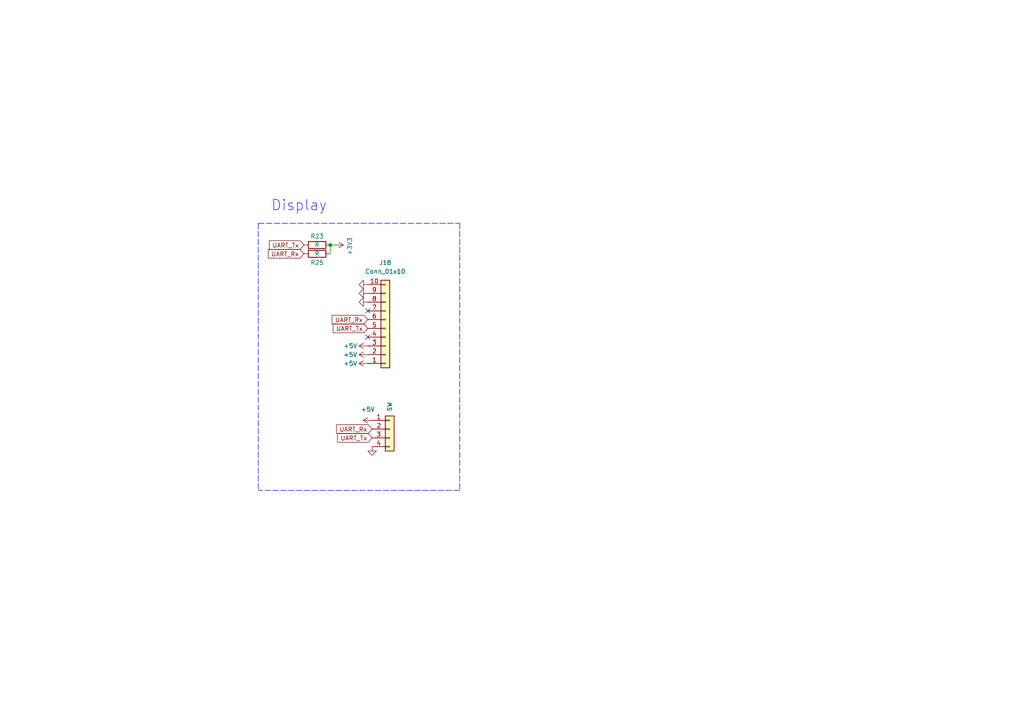
<source format=kicad_sch>
(kicad_sch (version 20211123) (generator eeschema)
  (paper "A4")
  (lib_symbols
    (symbol "Connector_Generic:Conn_01x04" (pin_names (offset 1.016) hide)
      (property "Reference" "J" (at 0 5.08 0))
      (property "Value" "Conn_01x04" (at 0 -7.62 0))
      (symbol "Conn_01x04_1_1"
        (rectangle (start -1.27 -4.953) (end 0 -5.207) (stroke (width 0.1524)))
        (rectangle (start -1.27 -2.413) (end 0 -2.667) (stroke (width 0.1524)))
        (rectangle (start -1.27 0.127) (end 0 -0.127) (stroke (width 0.1524)))
        (rectangle (start -1.27 2.667) (end 0 2.413) (stroke (width 0.1524)))
        (rectangle (start -1.27 3.81) (end 1.27 -6.35) (stroke (width 0.254)) (fill (type background)))
        (pin passive line (at -5.08 2.54 0) (length 3.81) (name "Pin_1") (number "1"))
        (pin passive line (at -5.08 0 0) (length 3.81) (name "Pin_2") (number "2"))
        (pin passive line (at -5.08 -2.54 0) (length 3.81) (name "Pin_3") (number "3"))
        (pin passive line (at -5.08 -5.08 0) (length 3.81) (name "Pin_4") (number "4"))
      )
    )
    (symbol "Connector_Generic:Conn_01x10" (pin_names (offset 1.016) hide)
      (property "Reference" "J" (at 0 12.7 0))
      (property "Value" "Conn_01x10" (at 0 -15.24 0))
      (symbol "Conn_01x10_1_1"
        (rectangle (start -1.27 -12.573) (end 0 -12.827) (stroke (width 0.1524)))
        (rectangle (start -1.27 -10.033) (end 0 -10.287) (stroke (width 0.1524)))
        (rectangle (start -1.27 -7.493) (end 0 -7.747) (stroke (width 0.1524)))
        (rectangle (start -1.27 -4.953) (end 0 -5.207) (stroke (width 0.1524)))
        (rectangle (start -1.27 -2.413) (end 0 -2.667) (stroke (width 0.1524)))
        (rectangle (start -1.27 0.127) (end 0 -0.127) (stroke (width 0.1524)))
        (rectangle (start -1.27 2.667) (end 0 2.413) (stroke (width 0.1524)))
        (rectangle (start -1.27 5.207) (end 0 4.953) (stroke (width 0.1524)))
        (rectangle (start -1.27 7.747) (end 0 7.493) (stroke (width 0.1524)))
        (rectangle (start -1.27 10.287) (end 0 10.033) (stroke (width 0.1524)))
        (rectangle (start -1.27 11.43) (end 1.27 -13.97) (stroke (width 0.254)) (fill (type background)))
        (pin passive line (at -5.08 10.16 0) (length 3.81) (name "Pin_1") (number "1"))
        (pin passive line (at -5.08 -12.7 0) (length 3.81) (name "Pin_10") (number "10"))
        (pin passive line (at -5.08 7.62 0) (length 3.81) (name "Pin_2") (number "2"))
        (pin passive line (at -5.08 5.08 0) (length 3.81) (name "Pin_3") (number "3"))
        (pin passive line (at -5.08 2.54 0) (length 3.81) (name "Pin_4") (number "4"))
        (pin passive line (at -5.08 0 0) (length 3.81) (name "Pin_5") (number "5"))
        (pin passive line (at -5.08 -2.54 0) (length 3.81) (name "Pin_6") (number "6"))
        (pin passive line (at -5.08 -5.08 0) (length 3.81) (name "Pin_7") (number "7"))
        (pin passive line (at -5.08 -7.62 0) (length 3.81) (name "Pin_8") (number "8"))
        (pin passive line (at -5.08 -10.16 0) (length 3.81) (name "Pin_9") (number "9"))
      )
    )
    (symbol "Device:R" (pin_numbers hide) (pin_names (offset 0))
      (property "Reference" "R" (at 2.032 0 90))
      (property "Value" "R" (at 0 0 90))
      (symbol "R_0_1"
        (rectangle (start -1.016 -2.54) (end 1.016 2.54) (stroke (width 0.254)))
      )
      (symbol "R_1_1"
        (pin passive line (at 0 3.81 270) (length 1.27) (name "~") (number "1"))
        (pin passive line (at 0 -3.81 90) (length 1.27) (name "~") (number "2"))
      )
    )
    (symbol "power:+3V3" (power) (pin_names (offset 0))
      (property "Value" "+3V3" (at 0 3.556 0))
      (symbol "+3V3_0_1"
        (polyline (pts (xy -0.762 1.27) (xy 0 2.54)))
        (polyline (pts (xy 0 0) (xy 0 2.54)))
        (polyline (pts (xy 0 2.54) (xy 0.762 1.27)))
      )
      (symbol "+3V3_1_1"
        (pin power_in line (at 0 0 90) (length 0) hide (name "+3V3") (number "1"))
      )
    )
    (symbol "power:+5V" (power) (pin_names (offset 0))
      (property "Value" "+5V" (at 0 3.556 0))
      (symbol "+5V_0_1"
        (polyline (pts (xy -0.762 1.27) (xy 0 2.54)))
        (polyline (pts (xy 0 0) (xy 0 2.54)))
        (polyline (pts (xy 0 2.54) (xy 0.762 1.27)))
      )
      (symbol "+5V_1_1"
        (pin power_in line (at 0 0 90) (length 0) hide (name "+5V") (number "1"))
      )
    )
    (symbol "power:GND" (power) (pin_names (offset 0))
      (property "Value" "GND" (at 0 -3.81 0))
      (symbol "GND_0_1"
        (polyline (pts (xy 0 0) (xy 0 -1.27) (xy 1.27 -1.27) (xy 0 -2.54) (xy -1.27 -1.27) (xy 0 -1.27)))
      )
      (symbol "GND_1_1"
        (pin power_in line (at 0 0 270) (length 0) hide (name "GND") (number "1"))
      )
    )
  )
  (junction (at 95.7834 71.0692))
  (no_connect (at 106.68 97.79))
  (no_connect (at 106.68 90.17))
  (polyline (pts (xy 74.93 64.77) (xy 74.93 142.24)))
  (wire (pts (xy 95.7834 71.0692) (xy 97.0534 71.0692)))
  (polyline (pts (xy 74.93 64.77) (xy 133.35 64.77)))
  (polyline (pts (xy 133.35 142.24) (xy 74.93 142.24)))
  (polyline (pts (xy 133.35 64.77) (xy 133.35 142.24)))
  (wire (pts (xy 95.7834 71.0692) (xy 95.7834 73.6092)))
  (text "Display" (at 78.5876 61.468 0) (effects (font (size 3 3)) (justify left bottom)))
  (global_label "UART_Tx" (shape input) (at 106.68 95.25 180) (property "Intersheet References" "${INTERSHEET_REFS}" (effects hide)))
  (global_label "UART_Tx" (shape input) (at 88.1634 71.0692 180) (property "Intersheet References" "${INTERSHEET_REFS}" (effects hide)))
  (global_label "UART_Tx" (shape input) (at 107.95 127 180) (property "Intersheet References" "${INTERSHEET_REFS}" (effects hide)))
  (global_label "UART_Rx" (shape input) (at 107.95 124.46 180) (property "Intersheet References" "${INTERSHEET_REFS}" (effects hide)))
  (global_label "UART_Rx" (shape input) (at 88.1634 73.6092 180) (property "Intersheet References" "${INTERSHEET_REFS}" (effects hide)))
  (global_label "UART_Rx" (shape input) (at 106.68 92.71 180) (property "Intersheet References" "${INTERSHEET_REFS}" (effects hide)))
  (symbol (lib_id "power:+5V") (at 106.68 100.33 90) (unit 1)
    (property "Reference" "#PWR0159" (effects hide))
    (property "Value" "+5V" (at 101.6 100.33 90))
  )
  (symbol (lib_id "Device:R") (at 91.9734 71.0692 90) (unit 1)
    (property "Reference" "R23" (at 91.9734 68.5292 90))
    (property "Value" "R" (at 91.9734 71.0692 90))
    (property "Footprint" "Resistor_SMD:R_0603_1608Metric" (effects hide))
  )
  (symbol (lib_id "power:+3V3") (at 97.0534 71.0692 270) (unit 1)
    (property "Reference" "#PWR0163" (effects hide))
    (property "Value" "+3V3" (at 101.4476 71.4502 0))
  )
  (symbol (lib_id "power:+5V") (at 106.68 102.87 90) (unit 1)
    (property "Reference" "#PWR0156" (effects hide))
    (property "Value" "+5V" (at 101.6 102.87 90))
  )
  (symbol (lib_id "power:GND") (at 107.95 129.54 0) (unit 1)
    (property "Reference" "#PWR0154" (effects hide))
    (property "Value" "GND" (effects hide))
  )
  (symbol (lib_id "power:GND") (at 106.68 87.63 270) (unit 1)
    (property "Reference" "#PWR0158" (effects hide))
    (property "Value" "GND" (effects hide))
  )
  (symbol (lib_id "power:GND") (at 106.68 82.55 270) (unit 1)
    (property "Reference" "#PWR0157" (effects hide))
    (property "Value" "GND" (effects hide))
  )
  (symbol (lib_id "power:+5V") (at 106.68 105.41 90) (unit 1)
    (property "Reference" "#PWR0155" (effects hide))
    (property "Value" "+5V" (at 101.6 105.41 90))
  )
  (symbol (lib_id "Connector_Generic:Conn_01x10") (at 111.76 95.25 0) (mirror x) (unit 1)
    (property "Reference" "J18" (at 111.76 76.2 0))
    (property "Value" "Conn_01x10" (at 111.76 78.74 0))
    (property "Footprint" "Footprint:FCC_1.0mm_10P" (effects hide))
  )
  (symbol (lib_id "power:+5V") (at 107.95 121.92 90) (unit 1)
    (property "Reference" "#PWR0153" (effects hide))
    (property "Value" "+5V" (at 106.68 118.745 90))
  )
  (symbol (lib_id "power:GND") (at 106.68 85.09 270) (unit 1)
    (property "Reference" "#PWR0160" (effects hide))
    (property "Value" "GND" (effects hide))
  )
  (symbol (lib_id "Connector_Generic:Conn_01x04") (at 113.03 124.46 0) (unit 1)
    (property "Reference" "J19" (effects hide))
    (property "Value" "SW" (at 113.03 119.38 90) (effects (justify left)))
    (property "Footprint" "Footprint:XH2.54_4P_SMD" (effects hide))
  )
  (symbol (lib_id "Device:R") (at 91.9734 73.6092 90) (unit 1)
    (property "Reference" "R25" (at 91.9734 76.1492 90))
    (property "Value" "R" (at 91.9734 73.6092 90))
    (property "Footprint" "Resistor_SMD:R_0603_1608Metric" (effects hide))
  )
)
</source>
